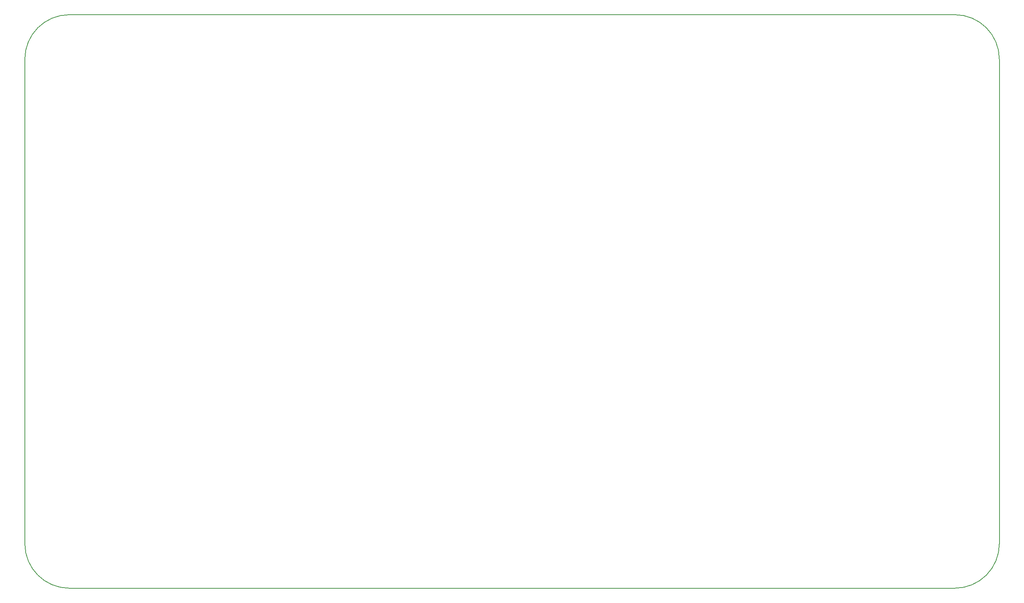
<source format=gbr>
G04 #@! TF.GenerationSoftware,KiCad,Pcbnew,5.1.5+dfsg1-2build2*
G04 #@! TF.CreationDate,2020-06-17T17:05:19-04:00*
G04 #@! TF.ProjectId,gantry-controller-prototype-DUE,67616e74-7279-42d6-936f-6e74726f6c6c,rev?*
G04 #@! TF.SameCoordinates,Original*
G04 #@! TF.FileFunction,Other,User*
%FSLAX46Y46*%
G04 Gerber Fmt 4.6, Leading zero omitted, Abs format (unit mm)*
G04 Created by KiCad (PCBNEW 5.1.5+dfsg1-2build2) date 2020-06-17 17:05:19*
%MOMM*%
%LPD*%
G04 APERTURE LIST*
%ADD10C,0.200000*%
G04 APERTURE END LIST*
D10*
X259500000Y-154500000D02*
G75*
G02X249500000Y-164500000I-10000000J0D01*
G01*
X249500000Y-164500000D02*
X50499999Y-164500000D01*
X50499999Y-164500000D02*
G75*
G02X40499999Y-154500000I0J10000000D01*
G01*
X40500000Y-154500000D02*
X40499999Y-45500000D01*
X40499998Y-45500000D02*
G75*
G02X50499999Y-35499999I10000001J0D01*
G01*
X50499999Y-35499999D02*
X249500000Y-35499999D01*
X249500000Y-35500000D02*
G75*
G02X259500000Y-45500000I0J-10000000D01*
G01*
X259500000Y-45500000D02*
X259500000Y-154500000D01*
M02*

</source>
